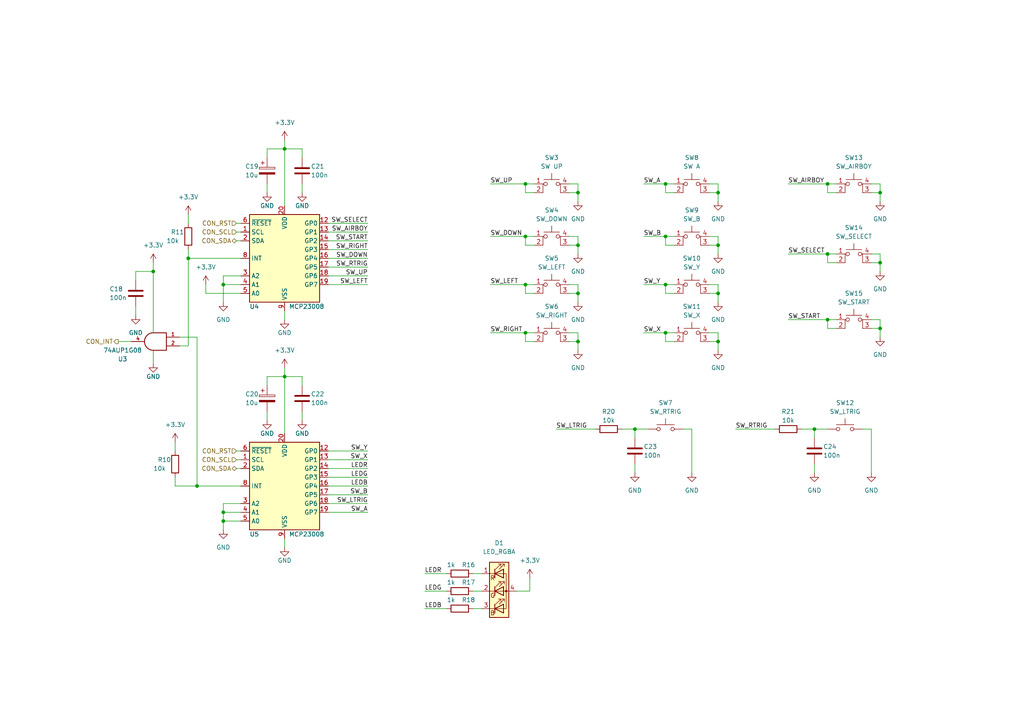
<source format=kicad_sch>
(kicad_sch (version 20211123) (generator eeschema)
  (paper "A4")
  (lib_symbols
    (symbol "74xGxx:74AUP1G08" (pin_names (offset 1.016))
      (property "Reference" "U" (at -2.54 3.81 0))
      (property "Value" "74AUP1G08" (at 0 -3.81 0))
      (symbol "74AUP1G08_0_1"
        (arc (start 0 -2.54) (mid 2.54 0) (end 0 2.54) (stroke (width 0.254)))
        (polyline (pts (xy 0 -2.54) (xy -3.81 -2.54) (xy -3.81 2.54) (xy 0 2.54)) (stroke (width 0.254)))
      )
      (symbol "74AUP1G08_1_1"
        (pin input line (at -7.62 1.27 0) (length 3.81) (name "~") (number "1"))
        (pin input line (at -7.62 -1.27 0) (length 3.81) (name "~") (number "2"))
        (pin power_in line (at 0 -2.54 270) (length 0) hide (name "GND") (number "3"))
        (pin output line (at 6.35 0 180) (length 3.81) (name "~") (number "4"))
        (pin power_in line (at 0 2.54 90) (length 0) hide (name "VCC") (number "5"))
      )
    )
    (symbol "Device:C" (pin_numbers hide) (pin_names (offset 0.254))
      (property "Reference" "C" (at 0.635 2.54 0))
      (property "Value" "C" (at 0.635 -2.54 0))
      (symbol "C_0_1"
        (polyline (pts (xy -2.032 -0.762) (xy 2.032 -0.762)) (stroke (width 0.508)))
        (polyline (pts (xy -2.032 0.762) (xy 2.032 0.762)) (stroke (width 0.508)))
      )
      (symbol "C_1_1"
        (pin passive line (at 0 3.81 270) (length 2.794) (name "~") (number "1"))
        (pin passive line (at 0 -3.81 90) (length 2.794) (name "~") (number "2"))
      )
    )
    (symbol "Device:C_Polarized" (pin_numbers hide) (pin_names (offset 0.254))
      (property "Reference" "C" (at 0.635 2.54 0))
      (property "Value" "C_Polarized" (at 0.635 -2.54 0))
      (symbol "C_Polarized_0_1"
        (rectangle (start -2.286 0.508) (end 2.286 1.016))
        (polyline (pts (xy -1.778 2.286) (xy -0.762 2.286)))
        (polyline (pts (xy -1.27 2.794) (xy -1.27 1.778)))
        (rectangle (start 2.286 -0.508) (end -2.286 -1.016) (fill (type outline)))
      )
      (symbol "C_Polarized_1_1"
        (pin passive line (at 0 3.81 270) (length 2.794) (name "~") (number "1"))
        (pin passive line (at 0 -3.81 90) (length 2.794) (name "~") (number "2"))
      )
    )
    (symbol "Device:LED_RGBA" (pin_names (offset 0) hide)
      (property "Reference" "D" (at 0 9.398 0))
      (property "Value" "LED_RGBA" (at 0 -8.89 0))
      (symbol "LED_RGBA_0_0"
        (text "B" (at -1.905 -6.35 0) (effects (font (size 1.27 1.27))))
        (text "G" (at -1.905 -1.27 0) (effects (font (size 1.27 1.27))))
        (text "R" (at -1.905 3.81 0) (effects (font (size 1.27 1.27))))
      )
      (symbol "LED_RGBA_0_1"
        (polyline (pts (xy -1.27 -5.08) (xy -2.54 -5.08)))
        (polyline (pts (xy -1.27 -5.08) (xy 1.27 -5.08)))
        (polyline (pts (xy -1.27 -3.81) (xy -1.27 -6.35)) (stroke (width 0.254)))
        (polyline (pts (xy -1.27 0) (xy -2.54 0)))
        (polyline (pts (xy -1.27 1.27) (xy -1.27 -1.27)) (stroke (width 0.254)))
        (polyline (pts (xy -1.27 5.08) (xy -2.54 5.08)))
        (polyline (pts (xy -1.27 5.08) (xy 1.27 5.08)))
        (polyline (pts (xy -1.27 6.35) (xy -1.27 3.81)) (stroke (width 0.254)))
        (polyline (pts (xy 1.27 0) (xy -1.27 0)))
        (polyline (pts (xy 1.27 0) (xy 2.54 0)))
        (polyline (pts (xy -1.27 1.27) (xy -1.27 -1.27) (xy -1.27 -1.27)))
        (polyline (pts (xy -1.27 6.35) (xy -1.27 3.81) (xy -1.27 3.81)))
        (polyline (pts (xy 1.27 -5.08) (xy 2.032 -5.08) (xy 2.032 5.08) (xy 1.27 5.08)))
        (polyline (pts (xy 1.27 -3.81) (xy 1.27 -6.35) (xy -1.27 -5.08) (xy 1.27 -3.81)) (stroke (width 0.254)))
        (polyline (pts (xy 1.27 1.27) (xy 1.27 -1.27) (xy -1.27 0) (xy 1.27 1.27)) (stroke (width 0.254)))
        (polyline (pts (xy 1.27 6.35) (xy 1.27 3.81) (xy -1.27 5.08) (xy 1.27 6.35)) (stroke (width 0.254)))
        (polyline (pts (xy -1.016 -3.81) (xy 0.508 -2.286) (xy -0.254 -2.286) (xy 0.508 -2.286) (xy 0.508 -3.048)))
        (polyline (pts (xy -1.016 1.27) (xy 0.508 2.794) (xy -0.254 2.794) (xy 0.508 2.794) (xy 0.508 2.032)))
        (polyline (pts (xy -1.016 6.35) (xy 0.508 7.874) (xy -0.254 7.874) (xy 0.508 7.874) (xy 0.508 7.112)))
        (polyline (pts (xy 0 -3.81) (xy 1.524 -2.286) (xy 0.762 -2.286) (xy 1.524 -2.286) (xy 1.524 -3.048)))
        (polyline (pts (xy 0 1.27) (xy 1.524 2.794) (xy 0.762 2.794) (xy 1.524 2.794) (xy 1.524 2.032)))
        (polyline (pts (xy 0 6.35) (xy 1.524 7.874) (xy 0.762 7.874) (xy 1.524 7.874) (xy 1.524 7.112)))
        (rectangle (start 1.27 -1.27) (end 1.27 1.27))
        (rectangle (start 1.27 1.27) (end 1.27 1.27))
        (rectangle (start 1.27 3.81) (end 1.27 6.35))
        (rectangle (start 1.27 6.35) (end 1.27 6.35))
        (circle (center 2.032 0) (radius 0.254) (fill (type outline)))
        (rectangle (start 2.794 8.382) (end -2.794 -7.62) (stroke (width 0.254)) (fill (type background)))
      )
      (symbol "LED_RGBA_1_1"
        (pin passive line (at -5.08 5.08 0) (length 2.54) (name "RK") (number "1"))
        (pin passive line (at -5.08 0 0) (length 2.54) (name "GK") (number "2"))
        (pin passive line (at -5.08 -5.08 0) (length 2.54) (name "BK") (number "3"))
        (pin passive line (at 5.08 0 180) (length 2.54) (name "A") (number "4"))
      )
    )
    (symbol "Device:R" (pin_numbers hide) (pin_names (offset 0))
      (property "Reference" "R" (at 2.032 0 90))
      (property "Value" "R" (at 0 0 90))
      (symbol "R_0_1"
        (rectangle (start -1.016 -2.54) (end 1.016 2.54) (stroke (width 0.254)))
      )
      (symbol "R_1_1"
        (pin passive line (at 0 3.81 270) (length 1.27) (name "~") (number "1"))
        (pin passive line (at 0 -3.81 90) (length 1.27) (name "~") (number "2"))
      )
    )
    (symbol "Interface_Expansion:MCP23008-xSS"
      (property "Reference" "U" (at -8.89 13.97 0))
      (property "Value" "MCP23008-xSS" (at 8.89 13.97 0))
      (symbol "MCP23008-xSS_0_1"
        (rectangle (start -10.16 12.7) (end 10.16 -12.7) (stroke (width 0.254)) (fill (type background)))
      )
      (symbol "MCP23008-xSS_1_1"
        (pin input line (at -12.7 7.62 0) (length 2.54) (name "SCL") (number "1"))
        (pin no_connect line (at -10.16 -2.54 0) (length 2.54) hide (name "NC") (number "10"))
        (pin no_connect line (at 10.16 -10.16 180) (length 2.54) hide (name "NC") (number "11"))
        (pin bidirectional line (at 12.7 10.16 180) (length 2.54) (name "GP0") (number "12"))
        (pin bidirectional line (at 12.7 7.62 180) (length 2.54) (name "GP1") (number "13"))
        (pin bidirectional line (at 12.7 5.08 180) (length 2.54) (name "GP2") (number "14"))
        (pin bidirectional line (at 12.7 2.54 180) (length 2.54) (name "GP3") (number "15"))
        (pin bidirectional line (at 12.7 0 180) (length 2.54) (name "GP4") (number "16"))
        (pin bidirectional line (at 12.7 -2.54 180) (length 2.54) (name "GP5") (number "17"))
        (pin bidirectional line (at 12.7 -5.08 180) (length 2.54) (name "GP6") (number "18"))
        (pin bidirectional line (at 12.7 -7.62 180) (length 2.54) (name "GP7") (number "19"))
        (pin bidirectional line (at -12.7 5.08 0) (length 2.54) (name "SDA") (number "2"))
        (pin power_in line (at 0 15.24 270) (length 2.54) (name "VDD") (number "20"))
        (pin input line (at -12.7 -5.08 0) (length 2.54) (name "A2") (number "3"))
        (pin input line (at -12.7 -7.62 0) (length 2.54) (name "A1") (number "4"))
        (pin input line (at -12.7 -10.16 0) (length 2.54) (name "A0") (number "5"))
        (pin input line (at -12.7 10.16 0) (length 2.54) (name "~{RESET}") (number "6"))
        (pin no_connect line (at -10.16 2.54 0) (length 2.54) hide (name "NC") (number "7"))
        (pin output line (at -12.7 0 0) (length 2.54) (name "INT") (number "8"))
        (pin power_in line (at 0 -15.24 90) (length 2.54) (name "VSS") (number "9"))
      )
    )
    (symbol "SW_MEC_5G_1" (pin_numbers hide) (pin_names (offset 1.016) hide)
      (property "Reference" "SW" (at 1.27 2.54 0))
      (property "Value" "SW_MEC_5G_1" (at 0 -1.524 0))
      (symbol "SW_MEC_5G_1_0_1"
        (circle (center -2.032 0) (radius 0.508))
        (polyline (pts (xy 0 1.27) (xy 0 3.048)))
        (polyline (pts (xy 2.54 1.27) (xy -2.54 1.27)))
        (circle (center 2.032 0) (radius 0.508))
        (pin passive line (at -5.08 0 0) (length 2.54) (name "A") (number "1"))
        (pin passive line (at 5.08 0 180) (length 2.54) (name "B") (number "3"))
      )
      (symbol "SW_MEC_5G_1_1_1"
        (pin passive line (at -5.08 0 0) (length 2.54) hide (name "A") (number "2"))
        (pin passive line (at 5.08 0 180) (length 2.54) hide (name "B") (number "4"))
      )
    )
    (symbol "Switch:SW_MEC_5E" (pin_names (offset 1.016) hide)
      (property "Reference" "SW" (at 0.635 5.715 0))
      (property "Value" "SW_MEC_5E" (at 0 -3.175 0))
      (symbol "SW_MEC_5E_0_1"
        (circle (center -1.778 2.54) (radius 0.508))
        (polyline (pts (xy -2.286 3.81) (xy 2.286 3.81)))
        (polyline (pts (xy 0 3.81) (xy 0 5.588)))
        (polyline (pts (xy -2.54 0) (xy -2.54 2.54) (xy -2.286 2.54)))
        (polyline (pts (xy 2.54 0) (xy 2.54 2.54) (xy 2.286 2.54)))
        (circle (center 1.778 2.54) (radius 0.508))
        (pin passive line (at -5.08 2.54 0) (length 2.54) (name "1") (number "1"))
        (pin passive line (at -5.08 0 0) (length 2.54) (name "2") (number "2"))
        (pin passive line (at 5.08 0 180) (length 2.54) (name "K") (number "3"))
        (pin passive line (at 5.08 2.54 180) (length 2.54) (name "A") (number "4"))
      )
    )
    (symbol "Switch:SW_MEC_5G" (pin_numbers hide) (pin_names (offset 1.016) hide)
      (property "Reference" "SW" (at 1.27 2.54 0))
      (property "Value" "SW_MEC_5G" (at 0 -1.524 0))
      (symbol "SW_MEC_5G_0_1"
        (circle (center -2.032 0) (radius 0.508))
        (polyline (pts (xy 0 1.27) (xy 0 3.048)))
        (polyline (pts (xy 2.54 1.27) (xy -2.54 1.27)))
        (circle (center 2.032 0) (radius 0.508))
        (pin passive line (at -5.08 0 0) (length 2.54) (name "A") (number "1"))
        (pin passive line (at 5.08 0 180) (length 2.54) (name "B") (number "3"))
      )
      (symbol "SW_MEC_5G_1_1"
        (pin passive line (at -5.08 0 0) (length 2.54) hide (name "A") (number "2"))
        (pin passive line (at 5.08 0 180) (length 2.54) hide (name "B") (number "4"))
      )
    )
    (symbol "power:+3.3V" (power) (pin_names (offset 0))
      (property "Value" "+3.3V" (at 0 3.556 0))
      (symbol "+3.3V_0_1"
        (polyline (pts (xy -0.762 1.27) (xy 0 2.54)))
        (polyline (pts (xy 0 0) (xy 0 2.54)))
        (polyline (pts (xy 0 2.54) (xy 0.762 1.27)))
      )
      (symbol "+3.3V_1_1"
        (pin power_in line (at 0 0 90) (length 0) hide (name "+3.3V") (number "1"))
      )
    )
    (symbol "power:GND" (power) (pin_names (offset 0))
      (property "Value" "GND" (at 0 -3.81 0))
      (symbol "GND_0_1"
        (polyline (pts (xy 0 0) (xy 0 -1.27) (xy 1.27 -1.27) (xy 0 -2.54) (xy -1.27 -1.27) (xy 0 -1.27)))
      )
      (symbol "GND_1_1"
        (pin power_in line (at 0 0 270) (length 0) hide (name "GND") (number "1"))
      )
    )
  )
  (junction (at 255.27 55.88))
  (junction (at 236.22 124.46))
  (junction (at 240.03 73.66))
  (junction (at 64.77 151.13))
  (junction (at 44.45 78.74))
  (junction (at 64.77 148.59))
  (junction (at 208.28 99.06))
  (junction (at 167.64 71.12))
  (junction (at 57.15 140.97))
  (junction (at 167.64 55.88))
  (junction (at 64.77 82.55))
  (junction (at 152.4 96.52))
  (junction (at 208.28 71.12))
  (junction (at 184.15 124.46))
  (junction (at 193.04 96.52))
  (junction (at 193.04 68.58))
  (junction (at 82.55 109.22))
  (junction (at 193.04 53.34))
  (junction (at 152.4 68.58))
  (junction (at 255.27 76.2))
  (junction (at 208.28 55.88))
  (junction (at 255.27 95.25))
  (junction (at 82.55 43.18))
  (junction (at 152.4 82.55))
  (junction (at 167.64 85.09))
  (junction (at 152.4 53.34))
  (junction (at 240.03 92.71))
  (junction (at 167.64 99.06))
  (junction (at 208.28 85.09))
  (junction (at 193.04 82.55))
  (junction (at 54.61 74.93))
  (junction (at 240.03 53.34))
  (wire (pts (xy 44.45 76.2) (xy 44.45 78.74)))
  (wire (pts (xy 77.47 109.22) (xy 77.47 111.76)))
  (wire (pts (xy 137.16 176.53) (xy 139.7 176.53)))
  (wire (pts (xy 195.58 85.09) (xy 193.04 85.09)))
  (wire (pts (xy 240.03 92.71) (xy 242.57 92.71)))
  (wire (pts (xy 228.6 92.71) (xy 240.03 92.71)))
  (wire (pts (xy 165.1 99.06) (xy 167.64 99.06)))
  (wire (pts (xy 198.12 124.46) (xy 200.66 124.46)))
  (wire (pts (xy 193.04 82.55) (xy 195.58 82.55)))
  (wire (pts (xy 95.25 143.51) (xy 106.68 143.51)))
  (wire (pts (xy 193.04 85.09) (xy 193.04 82.55)))
  (wire (pts (xy 255.27 73.66) (xy 255.27 76.2)))
  (wire (pts (xy 77.47 43.18) (xy 77.47 45.72)))
  (wire (pts (xy 82.55 90.17) (xy 82.55 92.71)))
  (wire (pts (xy 82.55 43.18) (xy 77.47 43.18)))
  (wire (pts (xy 59.69 85.09) (xy 59.69 82.55)))
  (wire (pts (xy 154.94 99.06) (xy 152.4 99.06)))
  (wire (pts (xy 167.64 99.06) (xy 167.64 101.6)))
  (wire (pts (xy 165.1 82.55) (xy 167.64 82.55)))
  (wire (pts (xy 167.64 71.12) (xy 167.64 73.66)))
  (wire (pts (xy 165.1 53.34) (xy 167.64 53.34)))
  (wire (pts (xy 95.25 72.39) (xy 106.68 72.39)))
  (wire (pts (xy 242.57 95.25) (xy 240.03 95.25)))
  (wire (pts (xy 64.77 146.05) (xy 64.77 148.59)))
  (wire (pts (xy 152.4 85.09) (xy 152.4 82.55)))
  (wire (pts (xy 161.29 124.46) (xy 172.72 124.46)))
  (wire (pts (xy 82.55 43.18) (xy 87.63 43.18)))
  (wire (pts (xy 240.03 55.88) (xy 240.03 53.34)))
  (wire (pts (xy 242.57 76.2) (xy 240.03 76.2)))
  (wire (pts (xy 208.28 82.55) (xy 208.28 85.09)))
  (wire (pts (xy 205.74 96.52) (xy 208.28 96.52)))
  (wire (pts (xy 193.04 68.58) (xy 195.58 68.58)))
  (wire (pts (xy 95.25 77.47) (xy 106.68 77.47)))
  (wire (pts (xy 167.64 96.52) (xy 167.64 99.06)))
  (wire (pts (xy 232.41 124.46) (xy 236.22 124.46)))
  (wire (pts (xy 228.6 73.66) (xy 240.03 73.66)))
  (wire (pts (xy 180.34 124.46) (xy 184.15 124.46)))
  (wire (pts (xy 50.8 140.97) (xy 57.15 140.97)))
  (wire (pts (xy 50.8 128.27) (xy 50.8 130.81)))
  (wire (pts (xy 152.4 96.52) (xy 154.94 96.52)))
  (wire (pts (xy 208.28 53.34) (xy 208.28 55.88)))
  (wire (pts (xy 236.22 134.62) (xy 236.22 137.16)))
  (wire (pts (xy 149.86 171.45) (xy 153.67 171.45)))
  (wire (pts (xy 165.1 85.09) (xy 167.64 85.09)))
  (wire (pts (xy 152.4 68.58) (xy 154.94 68.58)))
  (wire (pts (xy 255.27 76.2) (xy 255.27 78.74)))
  (wire (pts (xy 82.55 109.22) (xy 87.63 109.22)))
  (wire (pts (xy 200.66 124.46) (xy 200.66 137.16)))
  (wire (pts (xy 44.45 78.74) (xy 44.45 96.52)))
  (wire (pts (xy 252.73 92.71) (xy 255.27 92.71)))
  (wire (pts (xy 193.04 96.52) (xy 195.58 96.52)))
  (wire (pts (xy 57.15 140.97) (xy 69.85 140.97)))
  (wire (pts (xy 154.94 55.88) (xy 152.4 55.88)))
  (wire (pts (xy 165.1 55.88) (xy 167.64 55.88)))
  (wire (pts (xy 68.58 135.89) (xy 69.85 135.89)))
  (wire (pts (xy 193.04 71.12) (xy 193.04 68.58)))
  (wire (pts (xy 77.47 119.38) (xy 77.47 121.92)))
  (wire (pts (xy 64.77 151.13) (xy 69.85 151.13)))
  (wire (pts (xy 186.69 82.55) (xy 193.04 82.55)))
  (wire (pts (xy 95.25 133.35) (xy 106.68 133.35)))
  (wire (pts (xy 205.74 71.12) (xy 208.28 71.12)))
  (wire (pts (xy 54.61 100.33) (xy 52.07 100.33)))
  (wire (pts (xy 82.55 106.68) (xy 82.55 109.22)))
  (wire (pts (xy 95.25 138.43) (xy 106.68 138.43)))
  (wire (pts (xy 153.67 171.45) (xy 153.67 167.64)))
  (wire (pts (xy 167.64 55.88) (xy 167.64 58.42)))
  (wire (pts (xy 82.55 156.21) (xy 82.55 158.75)))
  (wire (pts (xy 252.73 95.25) (xy 255.27 95.25)))
  (wire (pts (xy 64.77 148.59) (xy 64.77 151.13)))
  (wire (pts (xy 34.29 99.06) (xy 38.1 99.06)))
  (wire (pts (xy 165.1 96.52) (xy 167.64 96.52)))
  (wire (pts (xy 64.77 151.13) (xy 64.77 153.67)))
  (wire (pts (xy 68.58 133.35) (xy 69.85 133.35)))
  (wire (pts (xy 255.27 53.34) (xy 255.27 55.88)))
  (wire (pts (xy 252.73 76.2) (xy 255.27 76.2)))
  (wire (pts (xy 64.77 80.01) (xy 69.85 80.01)))
  (wire (pts (xy 240.03 53.34) (xy 242.57 53.34)))
  (wire (pts (xy 68.58 69.85) (xy 69.85 69.85)))
  (wire (pts (xy 95.25 140.97) (xy 106.68 140.97)))
  (wire (pts (xy 95.25 146.05) (xy 106.68 146.05)))
  (wire (pts (xy 255.27 55.88) (xy 255.27 58.42)))
  (wire (pts (xy 152.4 53.34) (xy 154.94 53.34)))
  (wire (pts (xy 152.4 55.88) (xy 152.4 53.34)))
  (wire (pts (xy 52.07 97.79) (xy 57.15 97.79)))
  (wire (pts (xy 186.69 96.52) (xy 193.04 96.52)))
  (wire (pts (xy 165.1 68.58) (xy 167.64 68.58)))
  (wire (pts (xy 208.28 96.52) (xy 208.28 99.06)))
  (wire (pts (xy 39.37 81.28) (xy 39.37 78.74)))
  (wire (pts (xy 195.58 55.88) (xy 193.04 55.88)))
  (wire (pts (xy 193.04 53.34) (xy 195.58 53.34)))
  (wire (pts (xy 142.24 68.58) (xy 152.4 68.58)))
  (wire (pts (xy 152.4 99.06) (xy 152.4 96.52)))
  (wire (pts (xy 82.55 40.64) (xy 82.55 43.18)))
  (wire (pts (xy 87.63 109.22) (xy 87.63 111.76)))
  (wire (pts (xy 208.28 99.06) (xy 208.28 101.6)))
  (wire (pts (xy 205.74 55.88) (xy 208.28 55.88)))
  (wire (pts (xy 205.74 53.34) (xy 208.28 53.34)))
  (wire (pts (xy 69.85 85.09) (xy 59.69 85.09)))
  (wire (pts (xy 240.03 76.2) (xy 240.03 73.66)))
  (wire (pts (xy 106.68 148.59) (xy 95.25 148.59)))
  (wire (pts (xy 123.19 176.53) (xy 129.54 176.53)))
  (wire (pts (xy 208.28 71.12) (xy 208.28 73.66)))
  (wire (pts (xy 64.77 148.59) (xy 69.85 148.59)))
  (wire (pts (xy 87.63 43.18) (xy 87.63 45.72)))
  (wire (pts (xy 236.22 124.46) (xy 236.22 127)))
  (wire (pts (xy 152.4 82.55) (xy 154.94 82.55)))
  (wire (pts (xy 242.57 55.88) (xy 240.03 55.88)))
  (wire (pts (xy 208.28 68.58) (xy 208.28 71.12)))
  (wire (pts (xy 167.64 85.09) (xy 167.64 87.63)))
  (wire (pts (xy 213.36 124.46) (xy 224.79 124.46)))
  (wire (pts (xy 39.37 78.74) (xy 44.45 78.74)))
  (wire (pts (xy 187.96 124.46) (xy 184.15 124.46)))
  (wire (pts (xy 252.73 55.88) (xy 255.27 55.88)))
  (wire (pts (xy 82.55 43.18) (xy 82.55 59.69)))
  (wire (pts (xy 167.64 68.58) (xy 167.64 71.12)))
  (wire (pts (xy 205.74 68.58) (xy 208.28 68.58)))
  (wire (pts (xy 64.77 82.55) (xy 64.77 87.63)))
  (wire (pts (xy 154.94 71.12) (xy 152.4 71.12)))
  (wire (pts (xy 195.58 99.06) (xy 193.04 99.06)))
  (wire (pts (xy 95.25 69.85) (xy 106.68 69.85)))
  (wire (pts (xy 205.74 82.55) (xy 208.28 82.55)))
  (wire (pts (xy 95.25 67.31) (xy 106.68 67.31)))
  (wire (pts (xy 240.03 124.46) (xy 236.22 124.46)))
  (wire (pts (xy 152.4 71.12) (xy 152.4 68.58)))
  (wire (pts (xy 137.16 171.45) (xy 139.7 171.45)))
  (wire (pts (xy 142.24 96.52) (xy 152.4 96.52)))
  (wire (pts (xy 208.28 85.09) (xy 208.28 87.63)))
  (wire (pts (xy 205.74 99.06) (xy 208.28 99.06)))
  (wire (pts (xy 69.85 146.05) (xy 64.77 146.05)))
  (wire (pts (xy 167.64 82.55) (xy 167.64 85.09)))
  (wire (pts (xy 142.24 82.55) (xy 152.4 82.55)))
  (wire (pts (xy 252.73 124.46) (xy 252.73 137.16)))
  (wire (pts (xy 87.63 119.38) (xy 87.63 121.92)))
  (wire (pts (xy 82.55 109.22) (xy 77.47 109.22)))
  (wire (pts (xy 68.58 67.31) (xy 69.85 67.31)))
  (wire (pts (xy 95.25 80.01) (xy 106.68 80.01)))
  (wire (pts (xy 123.19 171.45) (xy 129.54 171.45)))
  (wire (pts (xy 68.58 130.81) (xy 69.85 130.81)))
  (wire (pts (xy 184.15 124.46) (xy 184.15 127)))
  (wire (pts (xy 39.37 88.9) (xy 39.37 91.44)))
  (wire (pts (xy 44.45 101.6) (xy 44.45 105.41)))
  (wire (pts (xy 252.73 53.34) (xy 255.27 53.34)))
  (wire (pts (xy 95.25 130.81) (xy 106.68 130.81)))
  (wire (pts (xy 186.69 53.34) (xy 193.04 53.34)))
  (wire (pts (xy 95.25 64.77) (xy 106.68 64.77)))
  (wire (pts (xy 50.8 138.43) (xy 50.8 140.97)))
  (wire (pts (xy 54.61 72.39) (xy 54.61 74.93)))
  (wire (pts (xy 255.27 95.25) (xy 255.27 97.79)))
  (wire (pts (xy 255.27 92.71) (xy 255.27 95.25)))
  (wire (pts (xy 54.61 74.93) (xy 54.61 100.33)))
  (wire (pts (xy 193.04 55.88) (xy 193.04 53.34)))
  (wire (pts (xy 137.16 166.37) (xy 139.7 166.37)))
  (wire (pts (xy 82.55 109.22) (xy 82.55 125.73)))
  (wire (pts (xy 252.73 73.66) (xy 255.27 73.66)))
  (wire (pts (xy 68.58 64.77) (xy 69.85 64.77)))
  (wire (pts (xy 95.25 82.55) (xy 106.68 82.55)))
  (wire (pts (xy 154.94 85.09) (xy 152.4 85.09)))
  (wire (pts (xy 87.63 53.34) (xy 87.63 55.88)))
  (wire (pts (xy 95.25 74.93) (xy 106.68 74.93)))
  (wire (pts (xy 193.04 99.06) (xy 193.04 96.52)))
  (wire (pts (xy 64.77 82.55) (xy 64.77 80.01)))
  (wire (pts (xy 186.69 68.58) (xy 193.04 68.58)))
  (wire (pts (xy 57.15 97.79) (xy 57.15 140.97)))
  (wire (pts (xy 165.1 71.12) (xy 167.64 71.12)))
  (wire (pts (xy 69.85 82.55) (xy 64.77 82.55)))
  (wire (pts (xy 205.74 85.09) (xy 208.28 85.09)))
  (wire (pts (xy 195.58 71.12) (xy 193.04 71.12)))
  (wire (pts (xy 54.61 62.23) (xy 54.61 64.77)))
  (wire (pts (xy 77.47 53.34) (xy 77.47 55.88)))
  (wire (pts (xy 228.6 53.34) (xy 240.03 53.34)))
  (wire (pts (xy 184.15 134.62) (xy 184.15 137.16)))
  (wire (pts (xy 54.61 74.93) (xy 69.85 74.93)))
  (wire (pts (xy 250.19 124.46) (xy 252.73 124.46)))
  (wire (pts (xy 208.28 55.88) (xy 208.28 58.42)))
  (wire (pts (xy 95.25 135.89) (xy 106.68 135.89)))
  (wire (pts (xy 123.19 166.37) (xy 129.54 166.37)))
  (wire (pts (xy 167.64 53.34) (xy 167.64 55.88)))
  (wire (pts (xy 240.03 73.66) (xy 242.57 73.66)))
  (wire (pts (xy 142.24 53.34) (xy 152.4 53.34)))
  (wire (pts (xy 240.03 95.25) (xy 240.03 92.71)))
  (label "SW_RIGHT" (at 142.24 96.52 0))
  (label "SW_SELECT" (at 228.6 73.66 0))
  (label "SW_RTRIG" (at 106.68 77.47 180))
  (label "LEDG" (at 123.19 171.45 0))
  (label "LEDR" (at 106.68 135.89 180))
  (label "LEDB" (at 106.68 140.97 180))
  (label "SW_X" (at 106.68 133.35 180))
  (label "SW_AIRBOY" (at 106.68 67.31 180))
  (label "SW_SELECT" (at 106.68 64.77 180))
  (label "SW_LTRIG" (at 106.68 146.05 180))
  (label "SW_START" (at 228.6 92.71 0))
  (label "SW_Y" (at 106.68 130.81 180))
  (label "SW_LEFT" (at 142.24 82.55 0))
  (label "LEDG" (at 106.68 138.43 180))
  (label "LEDB" (at 123.19 176.53 0))
  (label "SW_RIGHT" (at 106.68 72.39 180))
  (label "SW_LEFT" (at 106.68 82.55 180))
  (label "SW_AIRBOY" (at 228.6 53.34 0))
  (label "SW_Y" (at 186.69 82.55 0))
  (label "SW_B" (at 106.68 143.51 180))
  (label "SW_LTRIG" (at 161.29 124.46 0))
  (label "SW_DOWN" (at 106.68 74.93 180))
  (label "SW_A" (at 186.69 53.34 0))
  (label "SW_UP" (at 142.24 53.34 0))
  (label "SW_X" (at 186.69 96.52 0))
  (label "LEDR" (at 123.19 166.37 0))
  (label "SW_START" (at 106.68 69.85 180))
  (label "SW_A" (at 106.68 148.59 180))
  (label "SW_RTRIG" (at 213.36 124.46 0))
  (label "SW_UP" (at 106.68 80.01 180))
  (label "SW_B" (at 186.69 68.58 0))
  (label "SW_DOWN" (at 142.24 68.58 0))
  (hierarchical_label "CON_SCL" (shape input) (at 68.58 67.31 180))
  (hierarchical_label "CON_RST" (shape input) (at 68.58 64.77 180))
  (hierarchical_label "CON_SCL" (shape input) (at 68.58 133.35 180))
  (hierarchical_label "CON_INT" (shape output) (at 34.29 99.06 180))
  (hierarchical_label "CON_SDA" (shape bidirectional) (at 68.58 69.85 180))
  (hierarchical_label "CON_RST" (shape input) (at 68.58 130.81 180))
  (hierarchical_label "CON_SDA" (shape bidirectional) (at 68.58 135.89 180))
  (symbol (lib_id "Switch:SW_MEC_5E") (at 160.02 85.09 0) (unit 1)
    (property "Reference" "SW5" (at 160.02 74.93 0))
    (property "Value" "SW_LEFT" (at 160.02 77.47 0))
    (property "Footprint" "Airboy:soft tactile 8x8mm" (effects hide))
    (property "Datasheet" "http://www.apem.com/int/index.php?controller=attachment&id_attachment=1371" (effects hide))
  )
  (symbol (lib_id "Device:C_Polarized") (at 77.47 115.57 0) (unit 1)
    (property "Reference" "C20" (at 71.12 114.3 0) (effects (justify left)))
    (property "Value" "10u" (at 71.12 116.84 0) (effects (justify left)))
    (property "Footprint" "Capacitor_Tantalum_SMD:CP_EIA-3216-18_Kemet-A_Pad1.58x1.35mm_HandSolder" (effects hide))
  )
  (symbol (lib_id "power:GND") (at 87.63 121.92 0) (unit 1)
    (property "Reference" "#PWR045" (effects hide))
    (property "Value" "GND" (at 87.63 125.73 0))
  )
  (symbol (lib_id "Device:R") (at 133.35 176.53 90) (unit 1)
    (property "Reference" "R18" (at 135.89 173.99 90))
    (property "Value" "1k" (at 130.81 173.99 90))
    (property "Footprint" "Resistor_SMD:R_0603_1608Metric_Pad0.98x0.95mm_HandSolder" (effects hide))
  )
  (symbol (lib_id "power:+3.3V") (at 44.45 76.2 0) (unit 1)
    (property "Reference" "#PWR032" (effects hide))
    (property "Value" "+3.3V" (at 44.45 71.12 0))
  )
  (symbol (lib_id "power:GND") (at 77.47 55.88 0) (unit 1)
    (property "Reference" "#PWR038" (effects hide))
    (property "Value" "GND" (at 77.47 59.69 0))
  )
  (symbol (lib_id "power:GND") (at 44.45 105.41 0) (unit 1)
    (property "Reference" "#PWR033" (effects hide))
    (property "Value" "GND" (at 44.45 109.22 0))
  )
  (symbol (lib_id "Switch:SW_MEC_5E") (at 200.66 85.09 0) (unit 1)
    (property "Reference" "SW10" (at 200.66 74.93 0))
    (property "Value" "SW_Y" (at 200.66 77.47 0))
    (property "Footprint" "Airboy:soft tactile 8x8mm" (effects hide))
    (property "Datasheet" "http://www.apem.com/int/index.php?controller=attachment&id_attachment=1371" (effects hide))
  )
  (symbol (lib_id "power:GND") (at 200.66 137.16 0) (unit 1)
    (property "Reference" "#PWR054" (effects hide))
    (property "Value" "GND" (at 200.66 142.24 0))
  )
  (symbol (lib_id "power:GND") (at 184.15 137.16 0) (unit 1)
    (property "Reference" "#PWR053" (effects hide))
    (property "Value" "GND" (at 184.15 142.24 0))
  )
  (symbol (lib_id "power:+3.3V") (at 50.8 128.27 0) (unit 1)
    (property "Reference" "#PWR034" (effects hide))
    (property "Value" "+3.3V" (at 50.8 123.19 0))
  )
  (symbol (lib_id "Device:R") (at 228.6 124.46 90) (unit 1)
    (property "Reference" "R21" (at 228.6 119.38 90))
    (property "Value" "10k" (at 228.6 121.92 90))
    (property "Footprint" "Resistor_SMD:R_0603_1608Metric_Pad0.98x0.95mm_HandSolder" (effects hide))
  )
  (symbol (lib_id "power:GND") (at 167.64 101.6 0) (unit 1)
    (property "Reference" "#PWR052" (effects hide))
    (property "Value" "GND" (at 167.64 106.68 0))
  )
  (symbol (lib_id "power:GND") (at 87.63 55.88 0) (unit 1)
    (property "Reference" "#PWR044" (effects hide))
    (property "Value" "GND" (at 87.63 59.69 0))
  )
  (symbol (lib_id "power:GND") (at 255.27 58.42 0) (unit 1)
    (property "Reference" "#PWR061" (effects hide))
    (property "Value" "GND" (at 255.27 63.5 0))
  )
  (symbol (lib_id "Switch:SW_MEC_5E") (at 247.65 55.88 0) (unit 1)
    (property "Reference" "SW13" (at 247.65 45.72 0))
    (property "Value" "SW_AIRBOY" (at 247.65 48.26 0))
    (property "Footprint" "Airboy:soft tactile 8x8mm" (effects hide))
    (property "Datasheet" "http://www.apem.com/int/index.php?controller=attachment&id_attachment=1371" (effects hide))
  )
  (symbol (lib_id "Device:C") (at 39.37 85.09 0) (unit 1)
    (property "Reference" "C18" (at 31.75 83.82 0) (effects (justify left)))
    (property "Value" "100n" (at 31.75 86.36 0) (effects (justify left)))
    (property "Footprint" "Capacitor_SMD:C_0603_1608Metric_Pad1.08x0.95mm_HandSolder" (effects hide))
  )
  (symbol (lib_id "power:GND") (at 208.28 101.6 0) (unit 1)
    (property "Reference" "#PWR058" (effects hide))
    (property "Value" "GND" (at 208.28 106.68 0))
  )
  (symbol (lib_id "Device:C") (at 87.63 49.53 0) (unit 1)
    (property "Reference" "C21" (at 90.17 48.26 0) (effects (justify left)))
    (property "Value" "100n" (at 90.17 50.8 0) (effects (justify left)))
    (property "Footprint" "Capacitor_SMD:C_0603_1608Metric_Pad1.08x0.95mm_HandSolder" (effects hide))
  )
  (symbol (lib_id "Device:R") (at 133.35 171.45 90) (unit 1)
    (property "Reference" "R17" (at 135.89 168.91 90))
    (property "Value" "1k" (at 130.81 168.91 90))
    (property "Footprint" "Resistor_SMD:R_0603_1608Metric_Pad0.98x0.95mm_HandSolder" (effects hide))
  )
  (symbol (lib_id "power:+3.3V") (at 82.55 40.64 0) (unit 1)
    (property "Reference" "#PWR040" (effects hide))
    (property "Value" "+3.3V" (at 82.55 35.56 0))
  )
  (symbol (lib_id "Device:LED_RGBA") (at 144.78 171.45 0) (unit 1)
    (property "Reference" "D1" (at 144.78 157.48 0))
    (property "Value" "LED_RGBA" (at 144.78 160.02 0))
    (property "Footprint" "Airboy:RGB_LED" (effects hide))
  )
  (symbol (lib_id "power:GND") (at 208.28 58.42 0) (unit 1)
    (property "Reference" "#PWR055" (effects hide))
    (property "Value" "GND" (at 208.28 63.5 0))
  )
  (symbol (lib_id "power:GND") (at 167.64 58.42 0) (unit 1)
    (property "Reference" "#PWR049" (effects hide))
    (property "Value" "GND" (at 167.64 63.5 0))
  )
  (symbol (lib_id "power:GND") (at 255.27 78.74 0) (unit 1)
    (property "Reference" "#PWR062" (effects hide))
    (property "Value" "GND" (at 255.27 83.82 0))
  )
  (symbol (lib_id "power:GND") (at 167.64 73.66 0) (unit 1)
    (property "Reference" "#PWR050" (effects hide))
    (property "Value" "GND" (at 167.64 78.74 0))
  )
  (symbol (lib_id "power:GND") (at 64.77 87.63 0) (unit 1)
    (property "Reference" "#PWR0117" (effects hide))
    (property "Value" "GND" (at 64.77 92.71 0))
  )
  (symbol (lib_id "Switch:SW_MEC_5E") (at 247.65 95.25 0) (unit 1)
    (property "Reference" "SW15" (at 247.65 85.09 0))
    (property "Value" "SW_START" (at 247.65 87.63 0))
    (property "Footprint" "Airboy:soft tactile 8x8mm" (effects hide))
    (property "Datasheet" "http://www.apem.com/int/index.php?controller=attachment&id_attachment=1371" (effects hide))
  )
  (symbol (lib_id "Device:C_Polarized") (at 77.47 49.53 0) (unit 1)
    (property "Reference" "C19" (at 71.12 48.26 0) (effects (justify left)))
    (property "Value" "10u" (at 71.12 50.8 0) (effects (justify left)))
    (property "Footprint" "Capacitor_Tantalum_SMD:CP_EIA-3216-18_Kemet-A_Pad1.58x1.35mm_HandSolder" (effects hide))
  )
  (symbol (lib_id "power:GND") (at 252.73 137.16 0) (unit 1)
    (property "Reference" "#PWR060" (effects hide))
    (property "Value" "GND" (at 252.73 142.24 0))
  )
  (symbol (lib_id "Device:R") (at 50.8 134.62 0) (unit 1)
    (property "Reference" "R10" (at 45.72 133.35 0) (effects (justify left)))
    (property "Value" "10k" (at 44.45 135.89 0) (effects (justify left)))
    (property "Footprint" "Resistor_SMD:R_0603_1608Metric_Pad0.98x0.95mm_HandSolder" (effects hide))
  )
  (symbol (lib_id "power:GND") (at 208.28 73.66 0) (unit 1)
    (property "Reference" "#PWR056" (effects hide))
    (property "Value" "GND" (at 208.28 78.74 0))
  )
  (symbol (lib_id "Device:C") (at 87.63 115.57 0) (unit 1)
    (property "Reference" "C22" (at 90.17 114.3 0) (effects (justify left)))
    (property "Value" "100n" (at 90.17 116.84 0) (effects (justify left)))
    (property "Footprint" "Capacitor_SMD:C_0603_1608Metric_Pad1.08x0.95mm_HandSolder" (effects hide))
  )
  (symbol (lib_id "Device:C") (at 236.22 130.81 0) (unit 1)
    (property "Reference" "C24" (at 238.76 129.54 0) (effects (justify left)))
    (property "Value" "100n" (at 238.76 132.08 0) (effects (justify left)))
    (property "Footprint" "Capacitor_SMD:C_0603_1608Metric_Pad1.08x0.95mm_HandSolder" (effects hide))
  )
  (symbol (lib_id "power:GND") (at 77.47 121.92 0) (unit 1)
    (property "Reference" "#PWR039" (effects hide))
    (property "Value" "GND" (at 77.47 125.73 0))
  )
  (symbol (lib_name "SW_MEC_5G_1") (lib_id "Switch:SW_MEC_5G") (at 193.04 124.46 0) (unit 1)
    (property "Reference" "SW7" (at 193.04 116.84 0))
    (property "Value" "SW_RTRIG" (at 193.04 119.38 0))
    (property "Footprint" "Button_Switch_THT:SW_Tactile_SPST_Angled_PTS645Vx39-2LFS" (effects hide))
    (property "Datasheet" "http://www.apem.com/int/index.php?controller=attachment&id_attachment=488" (effects hide))
  )
  (symbol (lib_id "Switch:SW_MEC_5E") (at 200.66 55.88 0) (unit 1)
    (property "Reference" "SW8" (at 200.66 45.72 0))
    (property "Value" "SW A" (at 200.66 48.26 0))
    (property "Footprint" "Airboy:soft tactile 8x8mm" (effects hide))
    (property "Datasheet" "http://www.apem.com/int/index.php?controller=attachment&id_attachment=1371" (effects hide))
  )
  (symbol (lib_id "Switch:SW_MEC_5E") (at 160.02 99.06 0) (unit 1)
    (property "Reference" "SW6" (at 160.02 88.9 0))
    (property "Value" "SW_RIGHT" (at 160.02 91.44 0))
    (property "Footprint" "Airboy:soft tactile 8x8mm" (effects hide))
    (property "Datasheet" "http://www.apem.com/int/index.php?controller=attachment&id_attachment=1371" (effects hide))
  )
  (symbol (lib_id "power:GND") (at 82.55 158.75 0) (unit 1)
    (property "Reference" "#PWR043" (effects hide))
    (property "Value" "GND" (at 82.55 162.56 0))
  )
  (symbol (lib_id "power:+3.3V") (at 59.69 82.55 0) (unit 1)
    (property "Reference" "#PWR0118" (effects hide))
    (property "Value" "+3.3V" (at 59.69 77.47 0))
  )
  (symbol (lib_id "power:GND") (at 236.22 137.16 0) (unit 1)
    (property "Reference" "#PWR059" (effects hide))
    (property "Value" "GND" (at 236.22 142.24 0))
  )
  (symbol (lib_id "power:GND") (at 64.77 153.67 0) (unit 1)
    (property "Reference" "#PWR0116" (effects hide))
    (property "Value" "GND" (at 64.77 158.75 0))
  )
  (symbol (lib_id "Switch:SW_MEC_5E") (at 160.02 55.88 0) (unit 1)
    (property "Reference" "SW3" (at 160.02 45.72 0))
    (property "Value" "SW UP" (at 160.02 48.26 0))
    (property "Footprint" "Airboy:soft tactile 8x8mm" (effects hide))
    (property "Datasheet" "http://www.apem.com/int/index.php?controller=attachment&id_attachment=1371" (effects hide))
  )
  (symbol (lib_id "Switch:SW_MEC_5E") (at 200.66 71.12 0) (unit 1)
    (property "Reference" "SW9" (at 200.66 60.96 0))
    (property "Value" "SW_B" (at 200.66 63.5 0))
    (property "Footprint" "Airboy:soft tactile 8x8mm" (effects hide))
    (property "Datasheet" "http://www.apem.com/int/index.php?controller=attachment&id_attachment=1371" (effects hide))
  )
  (symbol (lib_id "Switch:SW_MEC_5E") (at 200.66 99.06 0) (unit 1)
    (property "Reference" "SW11" (at 200.66 88.9 0))
    (property "Value" "SW_X" (at 200.66 91.44 0))
    (property "Footprint" "Airboy:soft tactile 8x8mm" (effects hide))
    (property "Datasheet" "http://www.apem.com/int/index.php?controller=attachment&id_attachment=1371" (effects hide))
  )
  (symbol (lib_id "Switch:SW_MEC_5E") (at 160.02 71.12 0) (unit 1)
    (property "Reference" "SW4" (at 160.02 60.96 0))
    (property "Value" "SW_DOWN" (at 160.02 63.5 0))
    (property "Footprint" "Airboy:soft tactile 8x8mm" (effects hide))
    (property "Datasheet" "http://www.apem.com/int/index.php?controller=attachment&id_attachment=1371" (effects hide))
  )
  (symbol (lib_id "power:GND") (at 39.37 91.44 0) (unit 1)
    (property "Reference" "#PWR031" (effects hide))
    (property "Value" "GND" (at 39.37 96.52 0))
  )
  (symbol (lib_id "power:GND") (at 208.28 87.63 0) (unit 1)
    (property "Reference" "#PWR057" (effects hide))
    (property "Value" "GND" (at 208.28 92.71 0))
  )
  (symbol (lib_id "Switch:SW_MEC_5E") (at 247.65 76.2 0) (unit 1)
    (property "Reference" "SW14" (at 247.65 66.04 0))
    (property "Value" "SW_SELECT" (at 247.65 68.58 0))
    (property "Footprint" "Airboy:soft tactile 8x8mm" (effects hide))
    (property "Datasheet" "http://www.apem.com/int/index.php?controller=attachment&id_attachment=1371" (effects hide))
  )
  (symbol (lib_id "74xGxx:74AUP1G08") (at 44.45 99.06 0) (mirror y) (unit 1)
    (property "Reference" "U3" (at 35.56 104.14 0))
    (property "Value" "74AUP1G08" (at 35.56 101.6 0))
    (property "Footprint" "Package_TO_SOT_SMD:SOT-23-5_HandSoldering" (effects hide))
    (property "Datasheet" "http://www.ti.com/lit/sg/scyt129e/scyt129e.pdf" (effects hide))
  )
  (symbol (lib_id "Device:R") (at 176.53 124.46 90) (unit 1)
    (property "Reference" "R20" (at 176.53 119.38 90))
    (property "Value" "10k" (at 176.53 121.92 90))
    (property "Footprint" "Resistor_SMD:R_0603_1608Metric_Pad0.98x0.95mm_HandSolder" (effects hide))
  )
  (symbol (lib_id "power:+3.3V") (at 82.55 106.68 0) (unit 1)
    (property "Reference" "#PWR042" (effects hide))
    (property "Value" "+3.3V" (at 82.55 101.6 0))
  )
  (symbol (lib_id "Interface_Expansion:MCP23008-xSS") (at 82.55 74.93 0) (unit 1)
    (property "Reference" "U4" (at 72.39 88.9 0) (effects (justify left)))
    (property "Value" "MCP23008" (at 83.82 88.9 0) (effects (justify left)))
    (property "Footprint" "Package_SO:SSOP-20_5.3x7.2mm_P0.65mm" (effects hide))
    (property "Datasheet" "http://ww1.microchip.com/downloads/en/DeviceDoc/MCP23008-MCP23S08-Data-Sheet-20001919F.pdf" (effects hide))
  )
  (symbol (lib_id "power:GND") (at 255.27 97.79 0) (unit 1)
    (property "Reference" "#PWR063" (effects hide))
    (property "Value" "GND" (at 255.27 102.87 0))
  )
  (symbol (lib_id "Switch:SW_MEC_5G") (at 245.11 124.46 0) (mirror y) (unit 1)
    (property "Reference" "SW12" (at 245.11 116.84 0))
    (property "Value" "SW_LTRIG" (at 245.11 119.38 0))
    (property "Footprint" "Button_Switch_THT:SW_Tactile_SPST_Angled_PTS645Vx39-2LFS" (effects hide))
    (property "Datasheet" "http://www.apem.com/int/index.php?controller=attachment&id_attachment=488" (effects hide))
  )
  (symbol (lib_id "Device:R") (at 54.61 68.58 0) (unit 1)
    (property "Reference" "R11" (at 49.53 67.31 0) (effects (justify left)))
    (property "Value" "10k" (at 48.26 69.85 0) (effects (justify left)))
    (property "Footprint" "Resistor_SMD:R_0603_1608Metric_Pad0.98x0.95mm_HandSolder" (effects hide))
  )
  (symbol (lib_id "power:+3.3V") (at 153.67 167.64 0) (unit 1)
    (property "Reference" "#PWR048" (effects hide))
    (property "Value" "+3.3V" (at 153.67 162.56 0))
  )
  (symbol (lib_id "Device:R") (at 133.35 166.37 90) (unit 1)
    (property "Reference" "R16" (at 135.89 163.83 90))
    (property "Value" "1k" (at 130.81 163.83 90))
    (property "Footprint" "Resistor_SMD:R_0603_1608Metric_Pad0.98x0.95mm_HandSolder" (effects hide))
  )
  (symbol (lib_id "Interface_Expansion:MCP23008-xSS") (at 82.55 140.97 0) (unit 1)
    (property "Reference" "U5" (at 72.39 154.94 0) (effects (justify left)))
    (property "Value" "MCP23008" (at 83.82 154.94 0) (effects (justify left)))
    (property "Footprint" "Package_SO:SSOP-20_5.3x7.2mm_P0.65mm" (effects hide))
    (property "Datasheet" "http://ww1.microchip.com/downloads/en/DeviceDoc/MCP23008-MCP23S08-Data-Sheet-20001919F.pdf" (effects hide))
  )
  (symbol (lib_id "power:+3.3V") (at 54.61 62.23 0) (unit 1)
    (property "Reference" "#PWR035" (effects hide))
    (property "Value" "+3.3V" (at 54.61 57.15 0))
  )
  (symbol (lib_id "power:GND") (at 167.64 87.63 0) (unit 1)
    (property "Reference" "#PWR051" (effects hide))
    (property "Value" "GND" (at 167.64 92.71 0))
  )
  (symbol (lib_id "Device:C") (at 184.15 130.81 0) (unit 1)
    (property "Reference" "C23" (at 186.69 129.54 0) (effects (justify left)))
    (property "Value" "100n" (at 186.69 132.08 0) (effects (justify left)))
    (property "Footprint" "Capacitor_SMD:C_0603_1608Metric_Pad1.08x0.95mm_HandSolder" (effects hide))
  )
  (symbol (lib_id "power:GND") (at 82.55 92.71 0) (unit 1)
    (property "Reference" "#PWR041" (effects hide))
    (property "Value" "GND" (at 82.55 96.52 0))
  )
)
</source>
